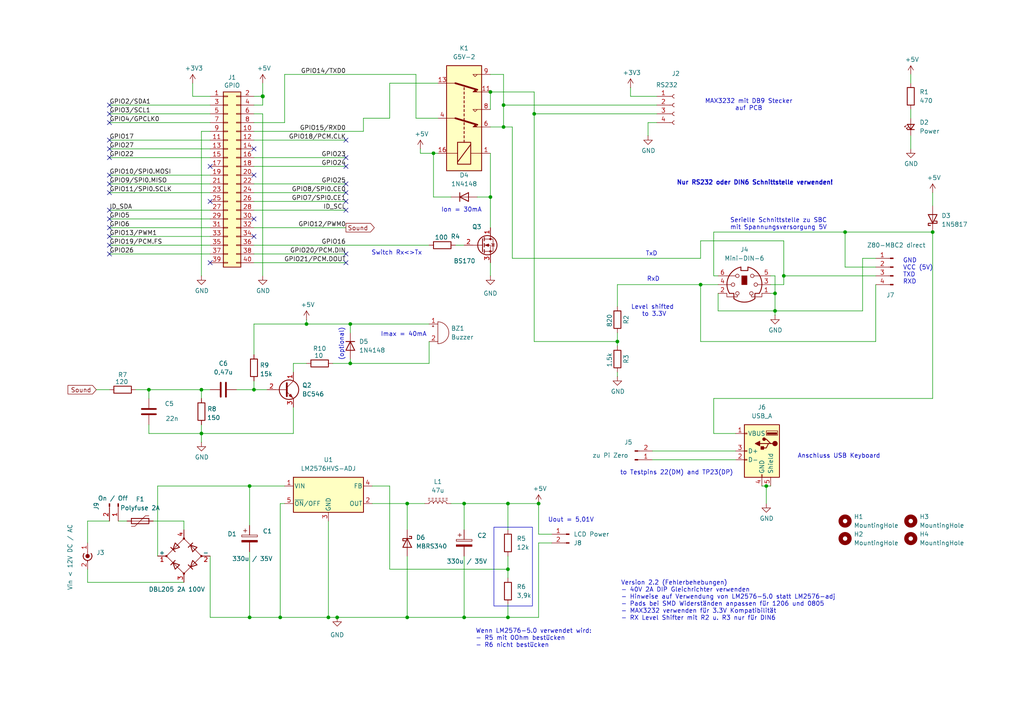
<source format=kicad_sch>
(kicad_sch (version 20250114) (generator "eeschema") (generator_version "9.0")
  (paper "A4")
  (title_block (date "15 nov 2012"))
  (lib_symbols
    (symbol "Connector:Conn_01x02_Pin" (pin_names (offset 1.016) (hide yes))
      (property "Reference" "J" (at 0 2.54 0))
      (property "Value" "Conn_01x02_Pin" (at 0 -5.08 0))
      (symbol "Conn_01x02_Pin_1_1"
        (pin passive line (at 5.08 0 180) (length 3.81) (name "Pin_1") (number "1"))
        (pin passive line (at 5.08 -2.54 180) (length 3.81) (name "Pin_2") (number "2"))
      )
    )
    (symbol "Connector:Conn_01x04_Pin" (pin_names (offset 1.016) (hide yes))
      (property "Reference" "J" (at 0 5.08 0))
      (property "Value" "Conn_01x04_Pin" (at 0 -7.62 0))
      (symbol "Conn_01x04_Pin_1_1"
        (pin passive line (at 5.08 2.54 180) (length 3.81) (name "Pin_1") (number "1"))
        (pin passive line (at 5.08 0 180) (length 3.81) (name "Pin_2") (number "2"))
        (pin passive line (at 5.08 -2.54 180) (length 3.81) (name "Pin_3") (number "3"))
        (pin passive line (at 5.08 -5.08 180) (length 3.81) (name "Pin_4") (number "4"))
      )
    )
    (symbol "Connector:Conn_01x04_Socket" (pin_names (offset 1.016) (hide yes))
      (property "Reference" "J" (at 0 5.08 0))
      (property "Value" "Conn_01x04_Socket" (at 0 -7.62 0))
      (symbol "Conn_01x04_Socket_1_1"
        (pin passive line (at -5.08 2.54 0) (length 3.81) (name "Pin_1") (number "1"))
        (pin passive line (at -5.08 0 0) (length 3.81) (name "Pin_2") (number "2"))
        (pin passive line (at -5.08 -2.54 0) (length 3.81) (name "Pin_3") (number "3"))
        (pin passive line (at -5.08 -5.08 0) (length 3.81) (name "Pin_4") (number "4"))
      )
    )
    (symbol "Connector:Conn_Coaxial_Power" (pin_names (offset 1.016) (hide yes))
      (property "Reference" "J" (at -5.08 -1.27 90))
      (property "Value" "Conn_Coaxial_Power" (at -3.175 -1.27 90))
      (symbol "Conn_Coaxial_Power_1_1"
        (pin passive line (at 0 2.54 270) (length 2.54) (name "In") (number "1"))
        (pin passive line (at 0 -5.08 90) (length 2.54) (name "Ext") (number "2"))
      )
    )
    (symbol "Connector:Mini-DIN-6" (pin_names (offset 1.016))
      (property "Reference" "J" (at 0 6.35 0))
      (property "Value" "Mini-DIN-6" (at 0 -6.35 0))
      (symbol "Mini-DIN-6_1_1"
        (pin passive line (at -7.62 2.54 0) (length 2.54) (name "~") (number "6"))
        (pin passive line (at -7.62 0 0) (length 2.54) (name "~") (number "4"))
        (pin passive line (at -7.62 -2.54 0) (length 2.54) (name "~") (number "2"))
        (pin passive line (at 7.62 2.54 180) (length 2.54) (name "~") (number "5"))
        (pin passive line (at 7.62 0 180) (length 2.54) (name "~") (number "3"))
        (pin passive line (at 7.62 -2.54 180) (length 2.54) (name "~") (number "1"))
      )
    )
    (symbol "Connector:USB_A" (pin_names (offset 1.016))
      (property "Reference" "J" (at -5.08 11.43 0))
      (property "Value" "USB_A" (at -5.08 8.89 0))
      (symbol "USB_A_1_1"
        (pin passive line (at -2.54 -10.16 90) (length 2.54) (name "Shield") (number "5"))
        (pin power_in line (at 0 -10.16 90) (length 2.54) (name "GND") (number "4"))
        (pin power_in line (at 7.62 5.08 180) (length 2.54) (name "VBUS") (number "1"))
        (pin bidirectional line (at 7.62 0 180) (length 2.54) (name "D+") (number "3"))
        (pin bidirectional line (at 7.62 -2.54 180) (length 2.54) (name "D-") (number "2"))
      )
    )
    (symbol "Connector_Generic:Conn_02x20_Odd_Even" (pin_names (offset 1.016) (hide yes))
      (property "Reference" "J" (at 1.27 25.4 0))
      (property "Value" "Conn_02x20_Odd_Even" (at 1.27 -27.94 0))
      (symbol "Conn_02x20_Odd_Even_1_1"
        (pin passive line (at -5.08 22.86 0) (length 3.81) (name "Pin_1") (number "1"))
        (pin passive line (at -5.08 20.32 0) (length 3.81) (name "Pin_3") (number "3"))
        (pin passive line (at -5.08 17.78 0) (length 3.81) (name "Pin_5") (number "5"))
        (pin passive line (at -5.08 15.24 0) (length 3.81) (name "Pin_7") (number "7"))
        (pin passive line (at -5.08 12.7 0) (length 3.81) (name "Pin_9") (number "9"))
        (pin passive line (at -5.08 10.16 0) (length 3.81) (name "Pin_11") (number "11"))
        (pin passive line (at -5.08 7.62 0) (length 3.81) (name "Pin_13") (number "13"))
        (pin passive line (at -5.08 5.08 0) (length 3.81) (name "Pin_15") (number "15"))
        (pin passive line (at -5.08 2.54 0) (length 3.81) (name "Pin_17") (number "17"))
        (pin passive line (at -5.08 0 0) (length 3.81) (name "Pin_19") (number "19"))
        (pin passive line (at -5.08 -2.54 0) (length 3.81) (name "Pin_21") (number "21"))
        (pin passive line (at -5.08 -5.08 0) (length 3.81) (name "Pin_23") (number "23"))
        (pin passive line (at -5.08 -7.62 0) (length 3.81) (name "Pin_25") (number "25"))
        (pin passive line (at -5.08 -10.16 0) (length 3.81) (name "Pin_27") (number "27"))
        (pin passive line (at -5.08 -12.7 0) (length 3.81) (name "Pin_29") (number "29"))
        (pin passive line (at -5.08 -15.24 0) (length 3.81) (name "Pin_31") (number "31"))
        (pin passive line (at -5.08 -17.78 0) (length 3.81) (name "Pin_33") (number "33"))
        (pin passive line (at -5.08 -20.32 0) (length 3.81) (name "Pin_35") (number "35"))
        (pin passive line (at -5.08 -22.86 0) (length 3.81) (name "Pin_37") (number "37"))
        (pin passive line (at -5.08 -25.4 0) (length 3.81) (name "Pin_39") (number "39"))
        (pin passive line (at 7.62 22.86 180) (length 3.81) (name "Pin_2") (number "2"))
        (pin passive line (at 7.62 20.32 180) (length 3.81) (name "Pin_4") (number "4"))
        (pin passive line (at 7.62 17.78 180) (length 3.81) (name "Pin_6") (number "6"))
        (pin passive line (at 7.62 15.24 180) (length 3.81) (name "Pin_8") (number "8"))
        (pin passive line (at 7.62 12.7 180) (length 3.81) (name "Pin_10") (number "10"))
        (pin passive line (at 7.62 10.16 180) (length 3.81) (name "Pin_12") (number "12"))
        (pin passive line (at 7.62 7.62 180) (length 3.81) (name "Pin_14") (number "14"))
        (pin passive line (at 7.62 5.08 180) (length 3.81) (name "Pin_16") (number "16"))
        (pin passive line (at 7.62 2.54 180) (length 3.81) (name "Pin_18") (number "18"))
        (pin passive line (at 7.62 0 180) (length 3.81) (name "Pin_20") (number "20"))
        (pin passive line (at 7.62 -2.54 180) (length 3.81) (name "Pin_22") (number "22"))
        (pin passive line (at 7.62 -5.08 180) (length 3.81) (name "Pin_24") (number "24"))
        (pin passive line (at 7.62 -7.62 180) (length 3.81) (name "Pin_26") (number "26"))
        (pin passive line (at 7.62 -10.16 180) (length 3.81) (name "Pin_28") (number "28"))
        (pin passive line (at 7.62 -12.7 180) (length 3.81) (name "Pin_30") (number "30"))
        (pin passive line (at 7.62 -15.24 180) (length 3.81) (name "Pin_32") (number "32"))
        (pin passive line (at 7.62 -17.78 180) (length 3.81) (name "Pin_34") (number "34"))
        (pin passive line (at 7.62 -20.32 180) (length 3.81) (name "Pin_36") (number "36"))
        (pin passive line (at 7.62 -22.86 180) (length 3.81) (name "Pin_38") (number "38"))
        (pin passive line (at 7.62 -25.4 180) (length 3.81) (name "Pin_40") (number "40"))
      )
    )
    (symbol "Device:Buzzer" (pin_names (offset 0.0254) (hide yes))
      (property "Reference" "BZ" (at 3.81 1.27 0))
      (property "Value" "Buzzer" (at 3.81 -1.27 0))
      (symbol "Buzzer_1_1"
        (pin passive line (at -2.54 2.54 0) (length 2.54) (name "+") (number "1"))
        (pin passive line (at -2.54 -2.54 0) (length 2.54) (name "-") (number "2"))
      )
    )
    (symbol "Device:C" (pin_numbers (hide yes)) (pin_names (offset 0.254))
      (property "Reference" "C" (at 0.635 2.54 0))
      (property "Value" "C" (at 0.635 -2.54 0))
      (symbol "C_1_1"
        (pin passive line (at 0 3.81 270) (length 2.794) (name "~") (number "1"))
        (pin passive line (at 0 -3.81 90) (length 2.794) (name "~") (number "2"))
      )
    )
    (symbol "Device:C_Polarized" (pin_numbers (hide yes)) (pin_names (offset 0.254))
      (property "Reference" "C" (at 0.635 2.54 0))
      (property "Value" "C_Polarized" (at 0.635 -2.54 0))
      (symbol "C_Polarized_1_1"
        (pin passive line (at 0 3.81 270) (length 2.794) (name "~") (number "1"))
        (pin passive line (at 0 -3.81 90) (length 2.794) (name "~") (number "2"))
      )
    )
    (symbol "Device:D" (pin_numbers (hide yes)) (pin_names (offset 1.016) (hide yes))
      (property "Reference" "D" (at 0 2.54 0))
      (property "Value" "D" (at 0 -2.54 0))
      (symbol "D_1_1"
        (pin passive line (at -3.81 0 0) (length 2.54) (name "K") (number "1"))
        (pin passive line (at 3.81 0 180) (length 2.54) (name "A") (number "2"))
      )
    )
    (symbol "Device:D_Bridge_+-AA" (pin_names (offset 0))
      (property "Reference" "D" (at 2.54 6.985 0))
      (property "Value" "D_Bridge_+-AA" (at 2.54 5.08 0))
      (symbol "D_Bridge_+-AA_1_1"
        (pin passive line (at -7.62 0 0) (length 2.54) (name "-") (number "2"))
        (pin passive line (at 0 7.62 270) (length 2.54) (name "~") (number "3"))
        (pin passive line (at 0 -7.62 90) (length 2.54) (name "~") (number "4"))
        (pin passive line (at 7.62 0 180) (length 2.54) (name "+") (number "1"))
      )
    )
    (symbol "Device:D_Schottky" (pin_numbers (hide yes)) (pin_names (offset 1.016) (hide yes))
      (property "Reference" "D" (at 0 2.54 0))
      (property "Value" "D_Schottky" (at 0 -2.54 0))
      (symbol "D_Schottky_1_1"
        (pin passive line (at -3.81 0 0) (length 2.54) (name "K") (number "1"))
        (pin passive line (at 3.81 0 180) (length 2.54) (name "A") (number "2"))
      )
    )
    (symbol "Device:LED_Small" (pin_numbers (hide yes)) (pin_names (offset 0.254) (hide yes))
      (property "Reference" "D" (at -1.27 3.175 0))
      (property "Value" "LED_Small" (at -4.445 -2.54 0))
      (symbol "LED_Small_1_1"
        (pin passive line (at -2.54 0 0) (length 1.778) (name "K") (number "1"))
        (pin passive line (at 2.54 0 180) (length 1.778) (name "A") (number "2"))
      )
    )
    (symbol "Device:L_Ferrite" (pin_numbers (hide yes)) (pin_names (offset 1.016) (hide yes))
      (property "Reference" "L" (at -1.27 0 90))
      (property "Value" "L_Ferrite" (at 2.794 0 90))
      (symbol "L_Ferrite_1_1"
        (pin passive line (at 0 3.81 270) (length 1.27) (name "1") (number "1"))
        (pin passive line (at 0 -3.81 90) (length 1.27) (name "2") (number "2"))
      )
    )
    (symbol "Device:Polyfuse" (pin_numbers (hide yes)) (pin_names (offset 0))
      (property "Reference" "F" (at -2.54 0 90))
      (property "Value" "Polyfuse" (at 2.54 0 90))
      (symbol "Polyfuse_1_1"
        (pin passive line (at 0 3.81 270) (length 1.27) (name "~") (number "1"))
        (pin passive line (at 0 -3.81 90) (length 1.27) (name "~") (number "2"))
      )
    )
    (symbol "Device:R" (pin_numbers (hide yes)) (pin_names (offset 0))
      (property "Reference" "R" (at 2.032 0 90))
      (property "Value" "R" (at 0 0 90))
      (symbol "R_1_1"
        (pin passive line (at 0 3.81 270) (length 1.27) (name "~") (number "1"))
        (pin passive line (at 0 -3.81 90) (length 1.27) (name "~") (number "2"))
      )
    )
    (symbol "Diode:MBRS340" (pin_numbers (hide yes)) (pin_names (offset 1.016) (hide yes))
      (property "Reference" "D" (at 0 2.54 0))
      (property "Value" "MBRS340" (at 0 -2.54 0))
      (symbol "MBRS340_1_1"
        (pin passive line (at -3.81 0 0) (length 2.54) (name "K") (number "1"))
        (pin passive line (at 3.81 0 180) (length 2.54) (name "A") (number "2"))
      )
    )
    (symbol "Mechanical:MountingHole" (pin_names (offset 1.016)) (in_bom no)
      (property "Reference" "H" (at 0 5.08 0))
      (property "Value" "MountingHole" (at 0 3.175 0))
    )
    (symbol "Regulator_Switching:LM2576HVS-ADJ" (pin_names (offset 0.254))
      (property "Reference" "U" (at -10.16 6.35 0))
      (property "Value" "LM2576HVS-ADJ" (at 0 6.35 0))
      (symbol "LM2576HVS-ADJ_1_1"
        (pin power_in line (at -12.7 2.54 0) (length 2.54) (name "VIN") (number "1"))
        (pin input line (at -12.7 -2.54 0) (length 2.54) (name "~{ON}/OFF") (number "5"))
        (pin power_in line (at 0 -7.62 90) (length 2.54) (name "GND") (number "3"))
        (pin input line (at 12.7 2.54 180) (length 2.54) (name "FB") (number "4"))
        (pin output line (at 12.7 -2.54 180) (length 2.54) (name "OUT") (number "2"))
      )
    )
    (symbol "Relay:G5V-2"
      (property "Reference" "K" (at 16.51 3.81 0))
      (property "Value" "G5V-2" (at 16.51 1.27 0))
      (symbol "G5V-2_1_1"
        (pin passive line (at -10.16 7.62 270) (length 2.54) (name "~") (number "1"))
        (pin passive line (at -10.16 -7.62 90) (length 2.54) (name "~") (number "16"))
        (pin passive line (at -2.54 7.62 270) (length 2.54) (name "~") (number "6"))
        (pin passive line (at 0 -7.62 90) (length 2.54) (name "~") (number "4"))
        (pin passive line (at 2.54 7.62 270) (length 2.54) (name "~") (number "8"))
        (pin passive line (at 7.62 7.62 270) (length 2.54) (name "~") (number "11"))
        (pin passive line (at 10.16 -7.62 90) (length 2.54) (name "~") (number "13"))
        (pin passive line (at 12.7 7.62 270) (length 2.54) (name "~") (number "9"))
      )
    )
    (symbol "Transistor_BJT:BC550" (pin_names (offset 0) (hide yes))
      (property "Reference" "Q" (at 5.08 1.905 0))
      (property "Value" "BC550" (at 5.08 0 0))
      (symbol "BC550_1_1"
        (pin input line (at -5.08 0 0) (length 2.54) (name "B") (number "2"))
        (pin passive line (at 2.54 5.08 270) (length 2.54) (name "C") (number "1"))
        (pin passive line (at 2.54 -5.08 90) (length 2.54) (name "E") (number "3"))
      )
    )
    (symbol "Transistor_FET:BS170" (pin_names (hide yes))
      (property "Reference" "Q" (at 5.08 1.905 0))
      (property "Value" "BS170" (at 5.08 0 0))
      (symbol "BS170_1_1"
        (pin input line (at -5.08 0 0) (length 2.54) (name "G") (number "2"))
        (pin passive line (at 2.54 5.08 270) (length 2.54) (name "D") (number "1"))
        (pin passive line (at 2.54 -5.08 90) (length 2.54) (name "S") (number "3"))
      )
    )
    (symbol "power:+3.3V" (power) (pin_numbers (hide yes)) (pin_names (offset 0) (hide yes))
      (property "Value" "+3.3V" (at 0 3.556 0))
      (symbol "+3.3V_1_1"
        (pin power_in line (at 0 0 90) (length 0) (name "~") (number "1"))
      )
    )
    (symbol "power:+5V" (power) (pin_numbers (hide yes)) (pin_names (offset 0) (hide yes))
      (property "Value" "+5V" (at 0 3.556 0))
      (symbol "+5V_1_1"
        (pin power_in line (at 0 0 90) (length 0) (name "~") (number "1"))
      )
    )
    (symbol "power:GND" (power) (pin_numbers (hide yes)) (pin_names (offset 0) (hide yes))
      (property "Value" "GND" (at 0 -3.81 0))
      (symbol "GND_1_1"
        (pin power_in line (at 0 0 270) (length 0) (name "~") (number "1"))
      )
    )
  )
  (rectangle (start 143.256 152.908) (end 154.432 175.768))
  (text "Imax = 40mA\n" (at 117.094 97.028 0) (effects (font (size 1.27 1.27))))
  (text "TxD\n" (at 188.976 73.66 0) (effects (font (size 1.27 1.27))))
  (text "RxD\n" (at 189.484 81.026 0) (effects (font (size 1.27 1.27))))
  (text "Wenn LM2576-5.0 verwendet wird:\n- R5 mit 0Ohm bestücken\n- R6 nicht bestücken\n" (at 137.922 185.166 0) (effects (font (size 1.27 1.27)) (justify left)))
  (text "Version 2.2 (Fehlerbehebungen)\n- 40V 2A DIP Gleichrichter verwenden\n- Hinweise auf Verwendung von LM2576-5.0 statt LM2576-adj\n- Pads bei SMD Widerständen anpassen für 1206 und 0805\n- MAX3232 verwenden für 3.3V Kompatibilität\n- RX Level Shifter mit R2 u. R3 nur für DIN6" (at 180.086 174.244 0) (effects (font (size 1.27 1.27)) (justify left)))
  (text "Ion = 30mA" (at 133.858 60.96 0) (effects (font (size 1.27 1.27))))
  (text "(optional)" (at 99.06 104.648 90) (effects (font (size 1.27 1.27)) (justify left)))
  (text "Level shifted \nto 3.3V" (at 189.738 90.17 0) (effects (font (size 1.27 1.27))))
  (text "MAX3232 mit DB9 Stecker\nauf PCB" (at 217.17 30.48 0) (effects (font (size 1.27 1.27))))
  (text "Anschluss USB Keyboard" (at 243.332 132.334 0) (effects (font (size 1.27 1.27) (thickness 0.1588))))
  (text "Nur RS232 oder DIN6 Schnittstelle verwenden!" (at 218.948 53.086 0) (effects (font (size 1.27 1.27) (thickness 0.254) (bold yes))))
  (text "Serielle Schnittstelle zu SBC\nmit Spannungsversorgung 5V" (at 225.806 65.024 0) (effects (font (size 1.27 1.27))))
  (text "Switch Rx<>Tx\n" (at 115.062 73.406 0) (effects (font (size 1.27 1.27))))
  (text "to Testpins 22(DM) and TP23(DP)" (at 179.832 137.16 0) (effects (font (size 1.27 1.27)) (justify left)))
  (text "GND\nVCC (5V)\nTXD\nRXD" (at 261.874 78.74 0) (effects (font (size 1.27 1.27)) (justify left)))
  (text "Uout = 5,01V\n" (at 165.608 150.876 0) (effects (font (size 1.27 1.27))))
  (junction (at 134.62 179.07))
  (junction (at 227.33 80.01))
  (junction (at 72.39 140.97))
  (junction (at 224.79 90.17))
  (junction (at 142.24 57.15))
  (junction (at 58.42 113.03))
  (junction (at 101.6 105.41))
  (junction (at 154.94 33.02))
  (junction (at 222.25 140.97))
  (junction (at 118.11 179.07))
  (junction (at 146.05 36.83))
  (junction (at 101.6 93.98))
  (junction (at 97.79 179.07))
  (junction (at 73.66 113.03))
  (junction (at 72.39 179.07))
  (junction (at 179.07 99.06))
  (junction (at 43.18 113.03))
  (junction (at 88.9 93.98))
  (junction (at 224.79 85.09))
  (junction (at 142.24 26.67))
  (junction (at 81.28 179.07))
  (junction (at 134.62 146.05))
  (junction (at 147.32 179.07))
  (junction (at 95.25 179.07))
  (junction (at 147.32 165.1))
  (junction (at 203.2 82.55))
  (junction (at 156.21 146.05))
  (junction (at 270.51 67.31))
  (junction (at 146.05 30.48))
  (junction (at 118.11 146.05))
  (junction (at 245.11 67.31))
  (junction (at 147.32 146.05))
  (junction (at 125.73 44.45))
  (junction (at 58.42 125.73))
  (junction (at 76.2 27.94) (diameter 1.016))
  (no_connect (at 100.33 76.2))
  (no_connect (at 31.75 68.58))
  (no_connect (at 31.75 63.5))
  (no_connect (at 100.33 58.42))
  (no_connect (at 31.75 30.48))
  (no_connect (at 31.75 53.34))
  (no_connect (at 31.75 50.8))
  (no_connect (at 100.33 73.66))
  (no_connect (at 60.96 48.26))
  (no_connect (at 31.75 45.72))
  (no_connect (at 100.33 45.72))
  (no_connect (at 73.66 68.58))
  (no_connect (at 31.75 73.66))
  (no_connect (at 60.96 58.42))
  (no_connect (at 31.75 71.12))
  (no_connect (at 100.33 40.64))
  (no_connect (at 60.96 76.2))
  (no_connect (at 100.33 60.96))
  (no_connect (at 31.75 66.04))
  (no_connect (at 100.33 48.26))
  (no_connect (at 31.75 60.96))
  (no_connect (at 100.33 55.88))
  (no_connect (at 100.33 53.34))
  (no_connect (at 31.75 35.56))
  (no_connect (at 31.75 55.88))
  (no_connect (at 73.66 50.8))
  (no_connect (at 31.75 33.02))
  (no_connect (at 73.66 43.18))
  (no_connect (at 31.75 40.64))
  (no_connect (at 31.75 43.18))
  (no_connect (at 73.66 63.5))
  (wire (pts (xy 44.45 151.13) (xy 53.34 151.13)))
  (wire (pts (xy 73.66 58.42) (xy 100.33 58.42)))
  (wire (pts (xy 142.24 57.15) (xy 142.24 44.45)))
  (wire (pts (xy 147.32 165.1) (xy 147.32 167.64)))
  (wire (pts (xy 85.09 107.95) (xy 85.09 105.41)))
  (wire (pts (xy 113.03 24.13) (xy 113.03 34.29)))
  (wire (pts (xy 60.96 40.64) (xy 31.75 40.64)))
  (wire (pts (xy 207.01 67.31) (xy 207.01 80.01)))
  (wire (pts (xy 58.42 125.73) (xy 85.09 125.73)))
  (wire (pts (xy 101.6 105.41) (xy 124.46 105.41)))
  (wire (pts (xy 72.39 160.02) (xy 72.39 179.07)))
  (wire (pts (xy 25.4 168.91) (xy 53.34 168.91)))
  (wire (pts (xy 160.02 157.48) (xy 156.21 157.48)))
  (wire (pts (xy 55.88 27.94) (xy 60.96 27.94)))
  (wire (pts (xy 88.9 93.98) (xy 101.6 93.98)))
  (wire (pts (xy 34.29 151.13) (xy 36.83 151.13)))
  (wire (pts (xy 147.32 146.05) (xy 147.32 153.67)))
  (wire (pts (xy 73.66 35.56) (xy 82.55 35.56)))
  (wire (pts (xy 76.2 33.02) (xy 76.2 80.01)))
  (wire (pts (xy 25.4 157.48) (xy 25.4 151.13)))
  (wire (pts (xy 73.66 71.12) (xy 124.46 71.12)))
  (wire (pts (xy 270.51 115.57) (xy 207.01 115.57)))
  (wire (pts (xy 138.43 57.15) (xy 142.24 57.15)))
  (wire (pts (xy 125.73 44.45) (xy 125.73 57.15)))
  (wire (pts (xy 85.09 105.41) (xy 88.9 105.41)))
  (wire (pts (xy 227.33 82.55) (xy 223.52 82.55)))
  (wire (pts (xy 179.07 96.52) (xy 179.07 99.06)))
  (wire (pts (xy 45.72 140.97) (xy 72.39 140.97)))
  (wire (pts (xy 222.25 140.97) (xy 223.52 140.97)))
  (wire (pts (xy 95.25 179.07) (xy 97.79 179.07)))
  (wire (pts (xy 58.42 38.1) (xy 60.96 38.1)))
  (wire (pts (xy 43.18 113.03) (xy 58.42 113.03)))
  (wire (pts (xy 160.02 154.94) (xy 156.21 154.94)))
  (wire (pts (xy 73.66 55.88) (xy 100.33 55.88)))
  (wire (pts (xy 101.6 93.98) (xy 124.46 93.98)))
  (wire (pts (xy 156.21 157.48) (xy 156.21 179.07)))
  (wire (pts (xy 60.96 60.96) (xy 31.75 60.96)))
  (wire (pts (xy 31.75 63.5) (xy 60.96 63.5)))
  (wire (pts (xy 107.95 146.05) (xy 118.11 146.05)))
  (wire (pts (xy 179.07 82.55) (xy 203.2 82.55)))
  (wire (pts (xy 124.46 99.06) (xy 124.46 105.41)))
  (wire (pts (xy 120.65 21.59) (xy 82.55 21.59)))
  (wire (pts (xy 121.92 43.18) (xy 121.92 44.45)))
  (wire (pts (xy 203.2 82.55) (xy 208.28 82.55)))
  (wire (pts (xy 254 74.93) (xy 250.19 74.93)))
  (wire (pts (xy 73.66 45.72) (xy 100.33 45.72)))
  (wire (pts (xy 107.95 140.97) (xy 113.03 140.97)))
  (wire (pts (xy 97.79 179.07) (xy 118.11 179.07)))
  (wire (pts (xy 118.11 146.05) (xy 123.19 146.05)))
  (wire (pts (xy 142.24 76.2) (xy 142.24 80.01)))
  (wire (pts (xy 156.21 154.94) (xy 156.21 146.05)))
  (wire (pts (xy 190.5 35.56) (xy 187.96 35.56)))
  (wire (pts (xy 27.94 113.03) (xy 31.75 113.03)))
  (wire (pts (xy 58.42 123.19) (xy 58.42 125.73)))
  (wire (pts (xy 73.66 76.2) (xy 100.33 76.2)))
  (wire (pts (xy 58.42 38.1) (xy 58.42 80.01)))
  (wire (pts (xy 31.75 43.18) (xy 60.96 43.18)))
  (wire (pts (xy 121.92 44.45) (xy 125.73 44.45)))
  (wire (pts (xy 154.94 26.67) (xy 154.94 33.02)))
  (wire (pts (xy 58.42 125.73) (xy 58.42 128.27)))
  (wire (pts (xy 95.25 151.13) (xy 95.25 179.07)))
  (wire (pts (xy 203.2 82.55) (xy 203.2 99.06)))
  (wire (pts (xy 223.52 85.09) (xy 224.79 85.09)))
  (wire (pts (xy 222.25 140.97) (xy 222.25 146.05)))
  (wire (pts (xy 60.96 161.29) (xy 60.96 179.07)))
  (wire (pts (xy 203.2 99.06) (xy 254 99.06)))
  (wire (pts (xy 73.66 110.49) (xy 73.66 113.03)))
  (wire (pts (xy 118.11 146.05) (xy 118.11 153.67)))
  (wire (pts (xy 147.32 161.29) (xy 147.32 165.1)))
  (wire (pts (xy 224.79 90.17) (xy 250.19 90.17)))
  (wire (pts (xy 154.94 33.02) (xy 190.5 33.02)))
  (wire (pts (xy 270.51 67.31) (xy 270.51 115.57)))
  (wire (pts (xy 207.01 80.01) (xy 208.28 80.01)))
  (wire (pts (xy 224.79 85.09) (xy 224.79 90.17)))
  (wire (pts (xy 31.75 33.02) (xy 60.96 33.02)))
  (wire (pts (xy 82.55 21.59) (xy 82.55 35.56)))
  (wire (pts (xy 207.01 125.73) (xy 213.36 125.73)))
  (wire (pts (xy 60.96 179.07) (xy 72.39 179.07)))
  (wire (pts (xy 31.75 55.88) (xy 60.96 55.88)))
  (wire (pts (xy 43.18 125.73) (xy 58.42 125.73)))
  (wire (pts (xy 134.62 146.05) (xy 134.62 153.67)))
  (wire (pts (xy 60.96 30.48) (xy 31.75 30.48)))
  (wire (pts (xy 146.05 30.48) (xy 190.5 30.48)))
  (wire (pts (xy 72.39 140.97) (xy 72.39 152.4)))
  (wire (pts (xy 81.28 146.05) (xy 81.28 179.07)))
  (wire (pts (xy 76.2 27.94) (xy 76.2 30.48)))
  (wire (pts (xy 142.24 36.83) (xy 146.05 36.83)))
  (wire (pts (xy 73.66 93.98) (xy 88.9 93.98)))
  (wire (pts (xy 118.11 161.29) (xy 118.11 179.07)))
  (wire (pts (xy 125.73 57.15) (xy 130.81 57.15)))
  (wire (pts (xy 113.03 34.29) (xy 105.41 34.29)))
  (wire (pts (xy 203.2 69.85) (xy 227.33 69.85)))
  (wire (pts (xy 73.66 40.64) (xy 100.33 40.64)))
  (wire (pts (xy 264.16 39.37) (xy 264.16 43.18)))
  (wire (pts (xy 264.16 21.59) (xy 264.16 24.13)))
  (wire (pts (xy 142.24 57.15) (xy 142.24 66.04)))
  (wire (pts (xy 203.2 74.93) (xy 203.2 69.85)))
  (wire (pts (xy 76.2 24.13) (xy 76.2 27.94)))
  (wire (pts (xy 25.4 165.1) (xy 25.4 168.91)))
  (wire (pts (xy 31.75 35.56) (xy 60.96 35.56)))
  (wire (pts (xy 73.66 113.03) (xy 77.47 113.03)))
  (wire (pts (xy 76.2 27.94) (xy 73.66 27.94)))
  (wire (pts (xy 55.88 24.13) (xy 55.88 27.94)))
  (wire (pts (xy 113.03 165.1) (xy 147.32 165.1)))
  (wire (pts (xy 43.18 113.03) (xy 43.18 115.57)))
  (wire (pts (xy 73.66 48.26) (xy 100.33 48.26)))
  (wire (pts (xy 73.66 38.1) (xy 105.41 38.1)))
  (wire (pts (xy 142.24 26.67) (xy 142.24 31.75)))
  (wire (pts (xy 179.07 88.9) (xy 179.07 82.55)))
  (wire (pts (xy 120.65 34.29) (xy 120.65 21.59)))
  (wire (pts (xy 245.11 67.31) (xy 270.51 67.31)))
  (wire (pts (xy 146.05 36.83) (xy 148.59 36.83)))
  (wire (pts (xy 31.75 45.72) (xy 60.96 45.72)))
  (wire (pts (xy 179.07 107.95) (xy 179.07 109.22)))
  (wire (pts (xy 148.59 36.83) (xy 148.59 74.93)))
  (wire (pts (xy 31.75 53.34) (xy 60.96 53.34)))
  (wire (pts (xy 179.07 99.06) (xy 179.07 100.33)))
  (wire (pts (xy 68.58 113.03) (xy 73.66 113.03)))
  (wire (pts (xy 134.62 161.29) (xy 134.62 179.07)))
  (wire (pts (xy 190.5 27.94) (xy 182.88 27.94)))
  (wire (pts (xy 127 34.29) (xy 120.65 34.29)))
  (wire (pts (xy 189.23 133.35) (xy 213.36 133.35)))
  (wire (pts (xy 208.28 85.09) (xy 208.28 90.17)))
  (wire (pts (xy 146.05 21.59) (xy 146.05 30.48)))
  (wire (pts (xy 31.75 66.04) (xy 60.96 66.04)))
  (wire (pts (xy 147.32 175.26) (xy 147.32 179.07)))
  (wire (pts (xy 227.33 80.01) (xy 254 80.01)))
  (wire (pts (xy 76.2 30.48) (xy 73.66 30.48)))
  (wire (pts (xy 96.52 105.41) (xy 101.6 105.41)))
  (wire (pts (xy 72.39 140.97) (xy 82.55 140.97)))
  (wire (pts (xy 130.81 146.05) (xy 134.62 146.05)))
  (wire (pts (xy 220.98 140.97) (xy 222.25 140.97)))
  (wire (pts (xy 31.75 71.12) (xy 60.96 71.12)))
  (wire (pts (xy 105.41 34.29) (xy 105.41 38.1)))
  (wire (pts (xy 224.79 90.17) (xy 224.79 91.44)))
  (wire (pts (xy 73.66 66.04) (xy 100.33 66.04)))
  (wire (pts (xy 182.88 25.4) (xy 182.88 27.94)))
  (wire (pts (xy 187.96 35.56) (xy 187.96 39.37)))
  (wire (pts (xy 245.11 67.31) (xy 245.11 77.47)))
  (wire (pts (xy 156.21 179.07) (xy 147.32 179.07)))
  (wire (pts (xy 73.66 73.66) (xy 100.33 73.66)))
  (wire (pts (xy 45.72 140.97) (xy 45.72 161.29)))
  (wire (pts (xy 125.73 44.45) (xy 127 44.45)))
  (wire (pts (xy 58.42 113.03) (xy 60.96 113.03)))
  (wire (pts (xy 76.2 33.02) (xy 73.66 33.02)))
  (wire (pts (xy 31.75 73.66) (xy 60.96 73.66)))
  (wire (pts (xy 72.39 179.07) (xy 81.28 179.07)))
  (wire (pts (xy 113.03 24.13) (xy 127 24.13)))
  (wire (pts (xy 270.51 55.88) (xy 270.51 59.69)))
  (wire (pts (xy 81.28 179.07) (xy 95.25 179.07)))
  (wire (pts (xy 264.16 31.75) (xy 264.16 34.29)))
  (wire (pts (xy 101.6 93.98) (xy 101.6 96.52)))
  (wire (pts (xy 208.28 90.17) (xy 224.79 90.17)))
  (wire (pts (xy 154.94 33.02) (xy 154.94 99.06)))
  (wire (pts (xy 134.62 146.05) (xy 147.32 146.05)))
  (wire (pts (xy 53.34 151.13) (xy 53.34 153.67)))
  (wire (pts (xy 227.33 80.01) (xy 227.33 82.55)))
  (wire (pts (xy 73.66 102.87) (xy 73.66 93.98)))
  (wire (pts (xy 39.37 113.03) (xy 43.18 113.03)))
  (wire (pts (xy 223.52 80.01) (xy 224.79 80.01)))
  (wire (pts (xy 189.23 130.81) (xy 213.36 130.81)))
  (wire (pts (xy 82.55 146.05) (xy 81.28 146.05)))
  (wire (pts (xy 113.03 140.97) (xy 113.03 165.1)))
  (wire (pts (xy 154.94 99.06) (xy 179.07 99.06)))
  (wire (pts (xy 146.05 30.48) (xy 146.05 36.83)))
  (wire (pts (xy 73.66 53.34) (xy 100.33 53.34)))
  (wire (pts (xy 60.96 68.58) (xy 31.75 68.58)))
  (wire (pts (xy 132.08 71.12) (xy 134.62 71.12)))
  (wire (pts (xy 156.21 146.05) (xy 147.32 146.05)))
  (wire (pts (xy 88.9 93.98) (xy 88.9 92.71)))
  (wire (pts (xy 224.79 80.01) (xy 224.79 85.09)))
  (wire (pts (xy 85.09 118.11) (xy 85.09 125.73)))
  (wire (pts (xy 207.01 67.31) (xy 245.11 67.31)))
  (wire (pts (xy 227.33 69.85) (xy 227.33 80.01)))
  (wire (pts (xy 250.19 74.93) (xy 250.19 90.17)))
  (wire (pts (xy 245.11 77.47) (xy 254 77.47)))
  (wire (pts (xy 142.24 26.67) (xy 154.94 26.67)))
  (wire (pts (xy 101.6 104.14) (xy 101.6 105.41)))
  (wire (pts (xy 142.24 21.59) (xy 146.05 21.59)))
  (wire (pts (xy 58.42 113.03) (xy 58.42 115.57)))
  (wire (pts (xy 60.96 50.8) (xy 31.75 50.8)))
  (wire (pts (xy 134.62 179.07) (xy 147.32 179.07)))
  (wire (pts (xy 73.66 60.96) (xy 100.33 60.96)))
  (wire (pts (xy 207.01 115.57) (xy 207.01 125.73)))
  (wire (pts (xy 254 82.55) (xy 254 99.06)))
  (wire (pts (xy 43.18 123.19) (xy 43.18 125.73)))
  (wire (pts (xy 148.59 74.93) (xy 203.2 74.93)))
  (wire (pts (xy 118.11 179.07) (xy 134.62 179.07)))
  (wire (pts (xy 25.4 151.13) (xy 31.75 151.13)))
  (label "ID_SDA" (at 31.75 60.96 0))
  (label "GPIO6" (at 31.75 66.04 0))
  (label "ID_SCL" (at 100.33 60.96 180))
  (label "GPIO5" (at 31.75 63.5 0))
  (label "GPIO21{slash}PCM.DOUT" (at 100.33 76.2 180))
  (label "GPIO19{slash}PCM.FS" (at 31.75 71.12 0))
  (label "GPIO10{slash}SPI0.MOSI" (at 31.75 50.8 0))
  (label "GPIO9{slash}SPI0.MISO" (at 31.75 53.34 0))
  (label "GPIO23" (at 100.33 45.72 180))
  (label "GPIO4{slash}GPCLK0" (at 31.75 35.56 0))
  (label "GPIO27" (at 31.75 43.18 0))
  (label "GPIO26" (at 31.75 73.66 0))
  (label "GPIO14{slash}TXD0" (at 100.33 21.59 180))
  (label "GPIO8{slash}SPI0.CE0" (at 100.33 55.88 180))
  (label "GPIO15{slash}RXD0" (at 100.33 38.1 180))
  (label "GPIO16" (at 100.33 71.12 180))
  (label "GPIO22" (at 31.75 45.72 0))
  (label "GPIO2{slash}SDA1" (at 31.75 30.48 0))
  (label "GPIO17" (at 31.75 40.64 0))
  (label "GPIO25" (at 100.33 53.34 180))
  (label "GPIO3{slash}SCL1" (at 31.75 33.02 0))
  (label "GPIO18{slash}PCM.CLK" (at 100.33 40.64 180))
  (label "GPIO12{slash}PWM0" (at 100.33 66.04 180))
  (label "GPIO13{slash}PWM1" (at 31.75 68.58 0))
  (label "GPIO20{slash}PCM.DIN" (at 100.33 73.66 180))
  (label "GPIO24" (at 100.33 48.26 180))
  (label "GPIO7{slash}SPI0.CE1" (at 100.33 58.42 180))
  (label "GPIO11{slash}SPI0.SCLK" (at 31.75 55.88 0))
  (global_label "Sound" (shape output) (at 100.33 66.04 0) (property "Intersheetrefs" "${INTERSHEET_REFS}" (effects (hide yes))))
  (global_label "Sound" (shape input) (at 27.94 113.03 180) (property "Intersheetrefs" "${INTERSHEET_REFS}" (effects (hide yes))))
  (symbol (lib_id "power:+5V") (at 76.2 24.13 0) (unit 1)
    (property "Reference" "#PWR01" (effects (hide yes)))
    (property "Value" "+5V" (at 76.5683 19.8056 0))
    (property "Description" "Power symbol creates a global label with name \"+5V\"" (effects (hide yes)))
  )
  (symbol (lib_id "power:+3.3V") (at 55.88 24.13 0) (unit 1)
    (property "Reference" "#PWR04" (effects (hide yes)))
    (property "Value" "+3V3" (at 56.2483 19.8056 0))
    (property "Description" "Power symbol creates a global label with name \"+3.3V\"" (effects (hide yes)))
  )
  (symbol (lib_id "power:GND") (at 76.2 80.01 0) (unit 1)
    (property "Reference" "#PWR02" (effects (hide yes)))
    (property "Value" "GND" (at 76.3143 84.3344 0))
    (property "Description" "Power symbol creates a global label with name \"GND\" , ground" (effects (hide yes)))
  )
  (symbol (lib_id "power:GND") (at 58.42 80.01 0) (unit 1)
    (property "Reference" "#PWR03" (effects (hide yes)))
    (property "Value" "GND" (at 58.5343 84.3344 0))
    (property "Description" "Power symbol creates a global label with name \"GND\" , ground" (effects (hide yes)))
  )
  (symbol (lib_id "Connector_Generic:Conn_02x20_Odd_Even") (at 66.04 50.8 0) (unit 1)
    (property "Reference" "J1" (at 67.31 22.4598 0))
    (property "Value" "GPIO" (at 67.31 24.765 0))
    (property "Footprint" "Connector_PinSocket_2.54mm:PinSocket_2x20_P2.54mm_Vertical" (effects (hide yes)))
    (property "Description" "Generic connector, double row, 02x20, odd/even pin numbering scheme (row 1 odd numbers, row 2 even numbers), script generated (kicad-library-utils/schlib/autogen/connector/)" (effects (hide yes)))
  )
  (symbol (lib_id "Diode:MBRS340") (at 118.11 157.48 270) (unit 1)
    (property "Reference" "D6" (at 120.65 155.8924 90) (effects (justify left)))
    (property "Value" "MBRS340" (at 120.65 158.4324 90) (effects (justify left)))
    (property "Footprint" "Diode_SMD:D_SMC" (effects (hide yes)))
    (property "Datasheet" "https://www.onsemi.com/download/data-sheet/pdf/mbrs340t3-d.pdf" (effects (hide yes)))
    (property "Description" "40V 3A Schottky Barrier Rectifier Diode, SMC (DO-214AB)" (effects (hide yes)))
  )
  (symbol (lib_id "Device:L_Ferrite") (at 127 146.05 90) (unit 1)
    (property "Reference" "L1" (at 127 139.7 90))
    (property "Value" "47u" (at 127 142.24 90))
    (property "Footprint" "Inductor_SMD:L_Fastron_PISN" (effects (hide yes)))
    (property "Description" "Inductor with ferrite core" (effects (hide yes)))
  )
  (symbol (lib_id "Device:R") (at 35.56 113.03 90) (unit 1)
    (property "Reference" "R7" (at 35.56 108.712 90))
    (property "Value" "120" (at 35.306 110.744 90))
    (property "Footprint" "Resistor_THT:R_Axial_DIN0207_L6.3mm_D2.5mm_P10.16mm_Horizontal" (effects (hide yes)))
    (property "Description" "Resistor" (effects (hide yes)))
  )
  (symbol (lib_id "Transistor_FET:BS170") (at 139.7 71.12 0) (unit 1)
    (property "Reference" "Q3" (at 136.906 65.786 0) (effects (justify left)))
    (property "Value" "BS170" (at 131.572 75.692 0) (effects (justify left)))
    (property "Footprint" "Package_TO_SOT_THT:TO-92_Wide" (effects (hide yes)))
    (property "Datasheet" "https://www.onsemi.com/pub/Collateral/BS170-D.PDF" (effects (hide yes)))
    (property "Description" "0.5A Id, 60V Vds, N-Channel MOSFET, TO-92" (effects (hide yes)))
  )
  (symbol (lib_id "power:+5V") (at 88.9 92.71 0) (unit 1)
    (property "Reference" "#PWR019" (effects (hide yes)))
    (property "Value" "+5V" (at 89.2683 88.3856 0))
    (property "Description" "Power symbol creates a global label with name \"+5V\"" (effects (hide yes)))
  )
  (symbol (lib_id "power:GND") (at 187.96 39.37 0) (unit 1)
    (property "Reference" "#PWR09" (effects (hide yes)))
    (property "Value" "GND" (at 188.0743 43.6944 0))
    (property "Description" "Power symbol creates a global label with name \"GND\" , ground" (effects (hide yes)))
  )
  (symbol (lib_id "Connector:Conn_01x04_Socket") (at 195.58 30.48 0) (unit 1)
    (property "Reference" "J2" (at 194.818 21.336 0) (effects (justify left)))
    (property "Value" "RS232" (at 190.246 24.638 0) (effects (justify left)))
    (property "Footprint" "Connector_PinSocket_2.54mm:PinSocket_1x04_P2.54mm_Vertical" (effects (hide yes)))
    (property "Description" "Generic connector, single row, 01x04, script generated" (effects (hide yes)))
  )
  (symbol (lib_id "Device:LED_Small") (at 264.16 36.83 90) (unit 1)
    (property "Reference" "D2" (at 266.7 35.4964 90) (effects (justify right)))
    (property "Value" "Power" (at 266.7 38.0364 90) (effects (justify right)))
    (property "Footprint" "LED_THT:LED_D3.0mm" (effects (hide yes)))
    (property "Description" "Light emitting diode, small symbol" (effects (hide yes)))
    (property "Sim.Pin" "1=K 2=A" (effects (hide yes)))
  )
  (symbol (lib_id "Mechanical:MountingHole") (at 264.16 156.21 0) (unit 1) (in_bom no)
    (property "Reference" "H4" (at 266.7 154.9399 0) (effects (justify left)))
    (property "Value" "MountingHole" (at 266.7 157.4799 0) (effects (justify left)))
    (property "Footprint" "MountingHole:MountingHole_3.2mm_M3" (effects (hide yes)))
    (property "Description" "Mounting Hole without connection" (effects (hide yes)))
  )
  (symbol (lib_id "Device:R") (at 73.66 106.68 180) (unit 1)
    (property "Reference" "R9" (at 76.708 105.918 0))
    (property "Value" "15k" (at 77.216 108.458 0))
    (property "Footprint" "Resistor_THT:R_Axial_DIN0207_L6.3mm_D2.5mm_P10.16mm_Horizontal" (effects (hide yes)))
    (property "Description" "Resistor" (effects (hide yes)))
  )
  (symbol (lib_id "power:GND") (at 264.16 43.18 0) (unit 1)
    (property "Reference" "#PWR016" (effects (hide yes)))
    (property "Value" "GND" (at 264.2743 47.5044 0))
    (property "Description" "Power symbol creates a global label with name \"GND\" , ground" (effects (hide yes)))
  )
  (symbol (lib_id "Device:C") (at 64.77 113.03 90) (unit 1)
    (property "Reference" "C6" (at 64.77 105.41 90))
    (property "Value" "0,47u" (at 64.77 107.95 90))
    (property "Footprint" "Capacitor_THT:C_Rect_L9.0mm_W2.6mm_P7.50mm_MKT" (effects (hide yes)))
    (property "Description" "Unpolarized capacitor" (effects (hide yes)))
  )
  (symbol (lib_id "Connector:Conn_01x04_Pin") (at 259.08 77.47 0) (mirror y) (unit 1)
    (property "Reference" "J7" (at 257.048 85.598 0) (effects (justify right)))
    (property "Value" "Z80-MBC2 direct" (at 251.46 71.12 0) (effects (justify right)))
    (property "Footprint" "Connector_PinHeader_2.54mm:PinHeader_1x04_P2.54mm_Vertical" (effects (hide yes)))
    (property "Description" "Generic connector, single row, 01x04, script generated" (effects (hide yes)))
  )
  (symbol (lib_id "Connector:Mini-DIN-6") (at 215.9 82.55 0) (unit 1)
    (property "Reference" "J4" (at 215.9177 72.39 0))
    (property "Value" "Mini-DIN-6" (at 215.9177 74.93 0))
    (property "Footprint" "Mini_DIN6:J_Mini-DIN-6" (effects (hide yes)))
    (property "Datasheet" "http://service.powerdynamics.com/ec/Catalog17/Section%2011.pdf" (effects (hide yes)))
    (property "Description" "6-pin Mini-DIN connector" (effects (hide yes)))
  )
  (symbol (lib_id "Mechanical:MountingHole") (at 245.11 151.13 0) (unit 1) (in_bom no)
    (property "Reference" "H1" (at 247.65 149.8599 0) (effects (justify left)))
    (property "Value" "MountingHole" (at 247.65 152.3999 0) (effects (justify left)))
    (property "Footprint" "MountingHole:MountingHole_3.2mm_M3" (effects (hide yes)))
    (property "Description" "Mounting Hole without connection" (effects (hide yes)))
  )
  (symbol (lib_id "power:GND") (at 97.79 179.07 0) (unit 1)
    (property "Reference" "#PWR012" (effects (hide yes)))
    (property "Value" "GND" (at 97.79 184.15 0))
    (property "Description" "Power symbol creates a global label with name \"GND\" , ground" (effects (hide yes)))
  )
  (symbol (lib_id "Mechanical:MountingHole") (at 264.16 151.13 0) (unit 1) (in_bom no)
    (property "Reference" "H3" (at 266.7 149.8599 0) (effects (justify left)))
    (property "Value" "MountingHole" (at 266.7 152.3999 0) (effects (justify left)))
    (property "Footprint" "MountingHole:MountingHole_3.2mm_M3" (effects (hide yes)))
    (property "Description" "Mounting Hole without connection" (effects (hide yes)))
  )
  (symbol (lib_id "Device:R") (at 264.16 27.94 0) (unit 1)
    (property "Reference" "R1" (at 266.7 26.6699 0) (effects (justify left)))
    (property "Value" "470" (at 266.7 29.2099 0) (effects (justify left)))
    (property "Footprint" "Resistor_THT:R_Axial_DIN0207_L6.3mm_D2.5mm_P10.16mm_Horizontal" (effects (hide yes)))
    (property "Description" "Resistor" (effects (hide yes)))
  )
  (symbol (lib_id "power:+5V") (at 264.16 21.59 0) (unit 1)
    (property "Reference" "#PWR017" (effects (hide yes)))
    (property "Value" "+5V" (at 264.5283 17.2656 0))
    (property "Description" "Power symbol creates a global label with name \"+5V\"" (effects (hide yes)))
  )
  (symbol (lib_id "Device:D") (at 101.6 100.33 270) (unit 1)
    (property "Reference" "D5" (at 104.14 99.0599 90) (effects (justify left)))
    (property "Value" "1N4148" (at 104.14 101.5999 90) (effects (justify left)))
    (property "Footprint" "Diode_THT:D_A-405_P10.16mm_Horizontal" (effects (hide yes)))
    (property "Description" "Diode" (effects (hide yes)))
    (property "Sim.Device" "D" (effects (hide yes)))
    (property "Sim.Pins" "1=K 2=A" (effects (hide yes)))
  )
  (symbol (lib_id "Relay:G5V-2") (at 134.62 34.29 270) (mirror x) (unit 1)
    (property "Reference" "K1" (at 134.62 13.97 90))
    (property "Value" "G5V-2" (at 134.62 16.51 90))
    (property "Footprint" "Relay_THT:Relay_DPDT_Omron_G5V-2" (effects (hide yes)))
    (property "Datasheet" "http://omronfs.omron.com/en_US/ecb/products/pdf/en-g5v_2.pdf" (effects (hide yes)))
    (property "Description" "Relay Miniature Omron DPDT" (effects (hide yes)))
  )
  (symbol (lib_id "power:GND") (at 179.07 109.22 0) (unit 1)
    (property "Reference" "#PWR06" (effects (hide yes)))
    (property "Value" "GND" (at 179.1843 113.5444 0))
    (property "Description" "Power symbol creates a global label with name \"GND\" , ground" (effects (hide yes)))
  )
  (symbol (lib_id "Regulator_Switching:LM2576HVS-ADJ") (at 95.25 143.51 0) (unit 1)
    (property "Reference" "U1" (at 95.25 133.35 0))
    (property "Value" "LM2576HVS-ADJ" (at 95.25 135.89 0))
    (property "Footprint" "Package_TO_SOT_SMD:TO-263-5_TabPin3" (effects (hide yes)))
    (property "Datasheet" "http://www.ti.com/lit/ds/symlink/lm2576.pdf" (effects (hide yes)))
    (property "Description" "Adjustable Output Voltage, 3A SIMPLE SWITCHER® Step-Down Voltage Regulator, High Voltage Input, TO-263" (effects (hide yes)))
  )
  (symbol (lib_id "Device:C_Polarized") (at 134.62 157.48 0) (unit 1)
    (property "Reference" "C2" (at 138.43 155.3209 0) (effects (justify left)))
    (property "Value" "330u / 35V" (at 129.54 162.814 0) (effects (justify left)))
    (property "Footprint" "Capacitor_SMD:CP_Elec_10x10" (effects (hide yes)))
    (property "Description" "Polarized capacitor" (effects (hide yes)))
  )
  (symbol (lib_id "Device:R") (at 147.32 157.48 0) (unit 1)
    (property "Reference" "R5" (at 149.86 156.2099 0) (effects (justify left)))
    (property "Value" "12k" (at 149.86 158.7499 0) (effects (justify left)))
    (property "Footprint" "Resistor_SMD:R_1206_3216Metric_Pad1.30x1.75mm_HandSolder" (effects (hide yes)))
    (property "Description" "Resistor" (effects (hide yes)))
  )
  (symbol (lib_id "Connector:USB_A") (at 220.98 130.81 0) (mirror y) (unit 1)
    (property "Reference" "J6" (at 220.98 118.11 0))
    (property "Value" "USB_A" (at 220.98 120.65 0))
    (property "Footprint" "Connector_USB:USB_A_Stewart_SS-52100-001_Horizontal" (effects (hide yes)))
    (property "Description" "USB Type A connector" (effects (hide yes)))
  )
  (symbol (lib_id "Device:R") (at 128.27 71.12 90) (unit 1)
    (property "Reference" "R4" (at 132.08 68.58 90))
    (property "Value" "100" (at 128.016 68.834 90))
    (property "Footprint" "Resistor_THT:R_Axial_DIN0207_L6.3mm_D2.5mm_P10.16mm_Horizontal" (effects (hide yes)))
    (property "Description" "Resistor" (effects (hide yes)))
  )
  (symbol (lib_id "Device:Polyfuse") (at 40.64 151.13 90) (unit 1)
    (property "Reference" "F1" (at 40.64 144.78 90))
    (property "Value" "Polyfuse 2A" (at 40.64 147.32 90))
    (property "Footprint" "Fuse:Fuse_Littelfuse-LVR200" (effects (hide yes)))
    (property "Description" "Resettable fuse, polymeric positive temperature coefficient" (effects (hide yes)))
  )
  (symbol (lib_id "Device:D") (at 134.62 57.15 0) (unit 1)
    (property "Reference" "D4" (at 134.62 50.8 0))
    (property "Value" "1N4148" (at 134.62 53.34 0))
    (property "Footprint" "Diode_THT:D_A-405_P10.16mm_Horizontal" (effects (hide yes)))
    (property "Description" "Diode" (effects (hide yes)))
    (property "Sim.Device" "D" (effects (hide yes)))
    (property "Sim.Pins" "1=K 2=A" (effects (hide yes)))
  )
  (symbol (lib_id "power:GND") (at 224.79 91.44 0) (unit 1)
    (property "Reference" "#PWR08" (effects (hide yes)))
    (property "Value" "GND" (at 224.9043 95.7644 0))
    (property "Description" "Power symbol creates a global label with name \"GND\" , ground" (effects (hide yes)))
  )
  (symbol (lib_id "power:GND") (at 142.24 80.01 0) (unit 1)
    (property "Reference" "#PWR014" (effects (hide yes)))
    (property "Value" "GND" (at 142.24 85.09 0))
    (property "Description" "Power symbol creates a global label with name \"GND\" , ground" (effects (hide yes)))
  )
  (symbol (lib_id "power:+5V") (at 121.92 43.18 0) (unit 1)
    (property "Reference" "#PWR05" (effects (hide yes)))
    (property "Value" "+5V" (at 122.2883 38.8556 0))
    (property "Description" "Power symbol creates a global label with name \"+5V\"" (effects (hide yes)))
  )
  (symbol (lib_id "Transistor_BJT:BC550") (at 82.55 113.03 0) (unit 1)
    (property "Reference" "Q2" (at 87.63 111.7599 0) (effects (justify left)))
    (property "Value" "BC546" (at 87.63 114.2999 0) (effects (justify left)))
    (property "Footprint" "Package_TO_SOT_THT:TO-92_Wide" (effects (hide yes)))
    (property "Datasheet" "https://www.onsemi.com/pub/Collateral/BC550-D.pdf" (effects (hide yes)))
    (property "Description" "0.1A Ic, 45V Vce, Small Signal NPN Transistor, TO-92" (effects (hide yes)))
  )
  (symbol (lib_id "Device:R") (at 179.07 104.14 180) (unit 1)
    (property "Reference" "R3" (at 181.61 104.14 90))
    (property "Value" "1.5k" (at 176.784 104.394 90))
    (property "Footprint" "Resistor_THT:R_Axial_DIN0207_L6.3mm_D2.5mm_P10.16mm_Horizontal" (effects (hide yes)))
    (property "Description" "Resistor" (effects (hide yes)))
  )
  (symbol (lib_id "Device:D_Schottky") (at 270.51 63.5 90) (unit 1)
    (property "Reference" "D3" (at 273.05 62.5474 90) (effects (justify right)))
    (property "Value" "1N5817" (at 273.05 65.0874 90) (effects (justify right)))
    (property "Footprint" "Diode_THT:D_DO-15_P12.70mm_Horizontal" (effects (hide yes)))
    (property "Description" "Schottky diode" (effects (hide yes)))
  )
  (symbol (lib_id "power:+5V") (at 156.21 146.05 0) (unit 1)
    (property "Reference" "#PWR013" (effects (hide yes)))
    (property "Value" "+5V" (at 156.5783 141.7256 0))
    (property "Description" "Power symbol creates a global label with name \"+5V\"" (effects (hide yes)))
  )
  (symbol (lib_id "Connector:Conn_01x02_Pin") (at 165.1 154.94 0) (mirror y) (unit 1)
    (property "Reference" "J8" (at 166.37 157.4801 0) (effects (justify right)))
    (property "Value" "LCD Power" (at 166.37 154.9401 0) (effects (justify right)))
    (property "Footprint" "Connector_PinHeader_2.54mm:PinHeader_1x02_P2.54mm_Vertical" (effects (hide yes)))
    (property "Description" "Generic connector, single row, 01x02, script generated" (effects (hide yes)))
  )
  (symbol (lib_id "Device:R") (at 58.42 119.38 180) (unit 1)
    (property "Reference" "R8" (at 61.468 118.618 0))
    (property "Value" "150" (at 61.976 121.158 0))
    (property "Footprint" "Resistor_THT:R_Axial_DIN0207_L6.3mm_D2.5mm_P10.16mm_Horizontal" (effects (hide yes)))
    (property "Description" "Resistor" (effects (hide yes)))
  )
  (symbol (lib_id "Device:R") (at 92.71 105.41 90) (unit 1)
    (property "Reference" "R10" (at 92.71 101.092 90))
    (property "Value" "10" (at 92.456 103.124 90))
    (property "Footprint" "Resistor_THT:R_Axial_DIN0207_L6.3mm_D2.5mm_P10.16mm_Horizontal" (effects (hide yes)))
    (property "Description" "Resistor" (effects (hide yes)))
  )
  (symbol (lib_id "Device:R") (at 179.07 92.71 180) (unit 1)
    (property "Reference" "R2" (at 181.61 92.71 90))
    (property "Value" "820" (at 176.784 92.964 90))
    (property "Footprint" "Resistor_THT:R_Axial_DIN0207_L6.3mm_D2.5mm_P10.16mm_Horizontal" (effects (hide yes)))
    (property "Description" "Resistor" (effects (hide yes)))
  )
  (symbol (lib_id "power:+3.3V") (at 182.88 25.4 0) (unit 1)
    (property "Reference" "#PWR07" (effects (hide yes)))
    (property "Value" "+3V3" (at 183.2483 21.0756 0))
    (property "Description" "Power symbol creates a global label with name \"+3.3V\"" (effects (hide yes)))
  )
  (symbol (lib_id "power:+5V") (at 270.51 55.88 0) (unit 1)
    (property "Reference" "#PWR010" (effects (hide yes)))
    (property "Value" "+5V" (at 270.8783 51.5556 0))
    (property "Description" "Power symbol creates a global label with name \"+5V\"" (effects (hide yes)))
  )
  (symbol (lib_id "Device:R") (at 147.32 171.45 0) (unit 1)
    (property "Reference" "R6" (at 149.86 170.1799 0) (effects (justify left)))
    (property "Value" "3,9k" (at 149.86 172.7199 0) (effects (justify left)))
    (property "Footprint" "Resistor_SMD:R_1206_3216Metric_Pad1.30x1.75mm_HandSolder" (effects (hide yes)))
    (property "Description" "Resistor" (effects (hide yes)))
  )
  (symbol (lib_id "Device:Buzzer") (at 127 96.52 0) (unit 1)
    (property "Reference" "BZ1" (at 130.81 95.2499 0) (effects (justify left)))
    (property "Value" "Buzzer" (at 130.81 97.7899 0) (effects (justify left)))
    (property "Footprint" "Buzzer_Beeper:MagneticBuzzer_ProSignal_ABI-009-RC" (effects (hide yes)))
    (property "Description" "Buzzer, polarized" (effects (hide yes)))
  )
  (symbol (lib_id "Connector:Conn_Coaxial_Power") (at 25.4 160.02 0) (unit 1)
    (property "Reference" "J3" (at 27.94 160.2739 0) (effects (justify left)))
    (property "Value" "Vin < 12V DC / AC" (at 20.32 171.196 90) (effects (justify left)))
    (property "Footprint" "Connector_BarrelJack:BarrelJack_GCT_DCJ200-10-A_Horizontal" (effects (hide yes)))
    (property "Description" "coaxial connector (BNC, SMA, SMB, SMC, Cinch/RCA, LEMO, ...)" (effects (hide yes)))
  )
  (symbol (lib_id "Device:C_Polarized") (at 72.39 156.21 0) (unit 1)
    (property "Reference" "C1" (at 76.2 154.0509 0) (effects (justify left)))
    (property "Value" "330u / 35V" (at 67.31 162.052 0) (effects (justify left)))
    (property "Footprint" "Capacitor_SMD:CP_Elec_10x10" (effects (hide yes)))
    (property "Description" "Polarized capacitor" (effects (hide yes)))
  )
  (symbol (lib_id "power:GND") (at 58.42 128.27 0) (unit 1)
    (property "Reference" "#PWR018" (effects (hide yes)))
    (property "Value" "GND" (at 58.5343 132.5944 0))
    (property "Description" "Power symbol creates a global label with name \"GND\" , ground" (effects (hide yes)))
  )
  (symbol (lib_id "Device:D_Bridge_+-AA") (at 53.34 161.29 180) (unit 1)
    (property "Reference" "D1" (at 67.31 154.8698 0))
    (property "Value" "DBL205 2A 100V" (at 51.308 170.942 0))
    (property "Footprint" "Diode_THT:Diode_Bridge_DIP-4_W7.62mm_P5.08mm" (effects (hide yes)))
    (property "Description" "Diode bridge, +ve/-ve/AC/AC" (effects (hide yes)))
  )
  (symbol (lib_id "Mechanical:MountingHole") (at 245.11 156.21 0) (unit 1) (in_bom no)
    (property "Reference" "H2" (at 247.65 154.9399 0) (effects (justify left)))
    (property "Value" "MountingHole" (at 247.65 157.4799 0) (effects (justify left)))
    (property "Footprint" "MountingHole:MountingHole_3.2mm_M3" (effects (hide yes)))
    (property "Description" "Mounting Hole without connection" (effects (hide yes)))
  )
  (symbol (lib_id "power:GND") (at 222.25 146.05 0) (unit 1)
    (property "Reference" "#PWR015" (effects (hide yes)))
    (property "Value" "GND" (at 222.3643 150.3744 0))
    (property "Description" "Power symbol creates a global label with name \"GND\" , ground" (effects (hide yes)))
  )
  (symbol (lib_id "Device:C") (at 43.18 119.38 0) (unit 1)
    (property "Reference" "C5" (at 47.752 117.094 0) (effects (justify left)))
    (property "Value" "22n" (at 48.006 121.412 0) (effects (justify left)))
    (property "Footprint" "Capacitor_THT:C_Rect_L7.0mm_W4.5mm_P5.00mm" (effects (hide yes)))
    (property "Description" "Unpolarized capacitor" (effects (hide yes)))
  )
  (symbol (lib_id "Connector:Conn_01x02_Pin") (at 34.29 146.05 270) (unit 1)
    (property "Reference" "J9" (at 27.94 146.812 0))
    (property "Value" "On / Off" (at 32.766 144.526 90))
    (property "Footprint" "Connector_PinHeader_2.54mm:PinHeader_1x02_P2.54mm_Vertical" (effects (hide yes)))
    (property "Description" "Generic connector, single row, 01x02, script generated" (effects (hide yes)))
  )
  (symbol (lib_id "Connector:Conn_01x02_Pin") (at 184.15 133.35 0) (mirror x) (unit 1)
    (property "Reference" "J5" (at 182.245 128.27 0))
    (property "Value" "zu Pi Zero" (at 177.038 132.08 0))
    (property "Footprint" "Connector_PinHeader_2.54mm:PinHeader_1x02_P2.54mm_Vertical" (effects (hide yes)))
    (property "Description" "Generic connector, single row, 01x02, script generated" (effects (hide yes)))
  )
)
</source>
